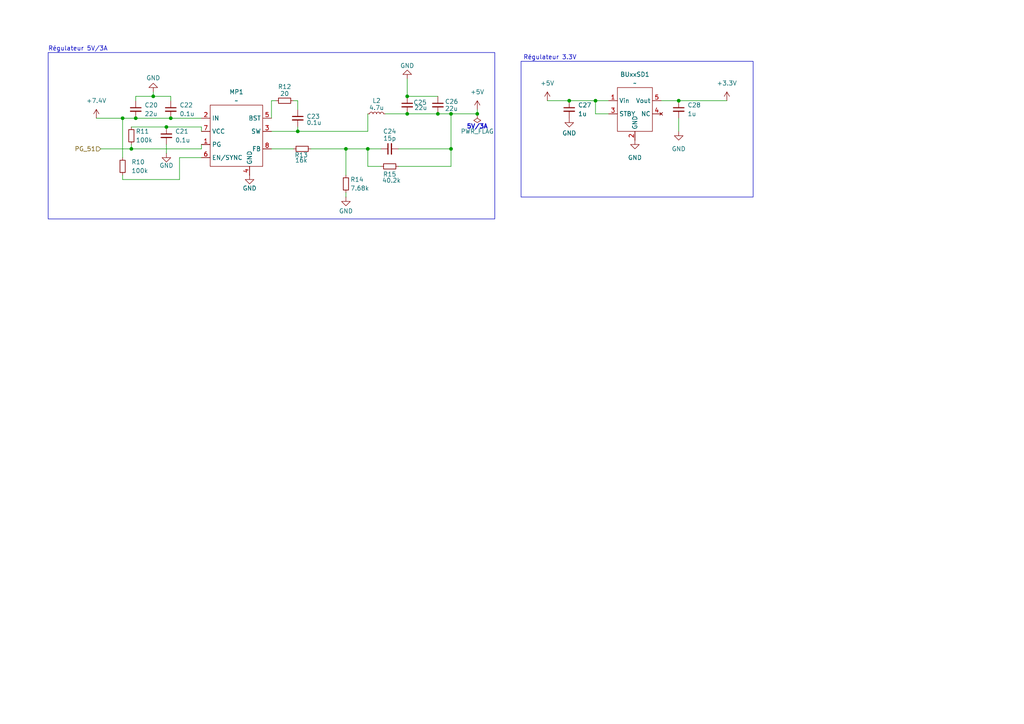
<source format=kicad_sch>
(kicad_sch (version 20250114) (generator "eeschema") (generator_version "9.0")
  (paper "A4")
  (lib_symbols
    (symbol "Device:C_Small" (pin_numbers (hide yes)) (pin_names (offset 0.254) (hide yes))
      (property "Reference" "C" (at 0.254 1.778 0))
      (property "Value" "C_Small" (at 0.254 -2.032 0))
      (symbol "C_Small_0_1"
        (polyline (pts (xy -1.524 0.508) (xy 1.524 0.508)) (stroke (width 0.3048)))
        (polyline (pts (xy -1.524 -0.508) (xy 1.524 -0.508)) (stroke (width 0.3302)))
      )
      (symbol "C_Small_1_1"
        (pin passive line (at 0 2.54 270) (length 2.032) (name "~") (number "1"))
        (pin passive line (at 0 -2.54 90) (length 2.032) (name "~") (number "2"))
      )
    )
    (symbol "Device:L_Small" (pin_numbers (hide yes)) (pin_names (offset 0.254) (hide yes))
      (property "Reference" "L" (at 0.762 1.016 0))
      (property "Value" "L_Small" (at 0.762 -1.016 0))
      (symbol "L_Small_0_1"
        (arc (start 0 2.032) (mid 0.5058 1.524) (end 0 1.016))
        (arc (start 0 1.016) (mid 0.5058 0.508) (end 0 0))
        (arc (start 0 0) (mid 0.5058 -0.508) (end 0 -1.016))
        (arc (start 0 -1.016) (mid 0.5058 -1.524) (end 0 -2.032))
      )
      (symbol "L_Small_1_1"
        (pin passive line (at 0 2.54 270) (length 0.508) (name "~") (number "1"))
        (pin passive line (at 0 -2.54 90) (length 0.508) (name "~") (number "2"))
      )
    )
    (symbol "Device:R_Small" (pin_numbers (hide yes)) (pin_names (offset 0.254) (hide yes))
      (property "Reference" "R" (at 0.762 0.508 0))
      (property "Value" "R_Small" (at 0.762 -1.016 0))
      (symbol "R_Small_0_1"
        (rectangle (start -0.762 1.778) (end 0.762 -1.778) (stroke (width 0.2032)))
      )
      (symbol "R_Small_1_1"
        (pin passive line (at 0 2.54 270) (length 0.762) (name "~") (number "1"))
        (pin passive line (at 0 -2.54 90) (length 0.762) (name "~") (number "2"))
      )
    )
    (symbol "MP1475_1"
      (property "Reference" "MP5" (at 0 12.7 0))
      (property "Value" "~" (at 0 10.16 0))
      (symbol "MP1475_1_0_1"
        (rectangle (start -7.62 8.89) (end 7.62 -8.89))
      )
      (symbol "MP1475_1_1_1"
        (pin power_in line (at -10.16 5.08 0) (length 2.54) (name "IN") (number "2"))
        (pin power_out line (at -10.16 1.27 0) (length 2.54) (name "VCC") (number "7"))
        (pin output line (at -10.16 -2.54 0) (length 2.54) (name "PG") (number "1"))
        (pin input line (at -10.16 -6.35 0) (length 2.54) (name "EN/SYNC") (number "6"))
        (pin power_in line (at 3.81 -11.43 90) (length 2.54) (name "GND") (number "4"))
        (pin passive line (at 10.16 5.08 180) (length 2.54) (name "BST") (number "5"))
        (pin passive line (at 10.16 1.27 180) (length 2.54) (name "SW") (number "3"))
        (pin input line (at 10.16 -3.81 180) (length 2.54) (name "FB") (number "8"))
      )
    )
    (symbol "Regulateur:BUxxSD5"
      (property "Reference" "BUxxSD1" (at 0 10.16 0))
      (property "Value" "~" (at 0 7.62 0))
      (symbol "BUxxSD5_0_1"
        (rectangle (start -5.08 6.35) (end 5.08 -6.35))
      )
      (symbol "BUxxSD5_1_1"
        (pin power_in line (at -7.62 2.54 0) (length 2.54) (name "Vin") (number "1"))
        (pin power_in line (at -7.62 -1.27 0) (length 2.54) (name "STBY") (number "3"))
        (pin power_in line (at 0 -8.89 90) (length 2.54) (name "GND") (number "2"))
        (pin power_out line (at 7.62 2.54 180) (length 2.54) (name "Vout") (number "5"))
        (pin no_connect line (at 7.62 -1.27 180) (length 2.54) (name "NC") (number "4"))
      )
    )
    (symbol "power:+3.3V" (power) (pin_numbers (hide yes)) (pin_names (offset 0) (hide yes))
      (property "Value" "+3.3V" (at 0 3.556 0))
      (symbol "+3.3V_0_1"
        (polyline (pts (xy -0.762 1.27) (xy 0 2.54)))
        (polyline (pts (xy 0 2.54) (xy 0.762 1.27)))
        (polyline (pts (xy 0 0) (xy 0 2.54)))
      )
      (symbol "+3.3V_1_1"
        (pin power_in line (at 0 0 90) (length 0) (name "~") (number "1"))
      )
    )
    (symbol "power:+5V" (power) (pin_numbers (hide yes)) (pin_names (offset 0) (hide yes))
      (property "Value" "+5V" (at 0 3.556 0))
      (symbol "+5V_0_1"
        (polyline (pts (xy -0.762 1.27) (xy 0 2.54)))
        (polyline (pts (xy 0 2.54) (xy 0.762 1.27)))
        (polyline (pts (xy 0 0) (xy 0 2.54)))
      )
      (symbol "+5V_1_1"
        (pin power_in line (at 0 0 90) (length 0) (name "~") (number "1"))
      )
    )
    (symbol "power:+7.5V" (power) (pin_numbers (hide yes)) (pin_names (offset 0) (hide yes))
      (property "Value" "+7.5V" (at 0 3.556 0))
      (symbol "+7.5V_0_1"
        (polyline (pts (xy -0.762 1.27) (xy 0 2.54)))
        (polyline (pts (xy 0 2.54) (xy 0.762 1.27)))
        (polyline (pts (xy 0 0) (xy 0 2.54)))
      )
      (symbol "+7.5V_1_1"
        (pin power_in line (at 0 0 90) (length 0) (name "~") (number "1"))
      )
    )
    (symbol "power:GND" (power) (pin_numbers (hide yes)) (pin_names (offset 0) (hide yes))
      (property "Value" "GND" (at 0 -3.81 0))
      (symbol "GND_0_1"
        (polyline (pts (xy 0 0) (xy 0 -1.27) (xy 1.27 -1.27) (xy 0 -2.54) (xy -1.27 -1.27) (xy 0 -1.27)))
      )
      (symbol "GND_1_1"
        (pin power_in line (at 0 0 270) (length 0) (name "~") (number "1"))
      )
    )
    (symbol "power:PWR_FLAG" (power) (pin_numbers (hide yes)) (pin_names (offset 0) (hide yes))
      (property "Value" "PWR_FLAG" (at 0 3.81 0))
      (symbol "PWR_FLAG_0_0"
        (pin power_out line (at 0 0 90) (length 0) (name "~") (number "1"))
      )
      (symbol "PWR_FLAG_0_1"
        (polyline (pts (xy 0 0) (xy 0 1.27) (xy -1.016 1.905) (xy 0 2.54) (xy 1.016 1.905) (xy 0 1.27)))
      )
    )
  )
  (rectangle (start 13.97 15.24) (end 143.51 63.5))
  (rectangle (start 151.13 17.78) (end 218.44 57.15))
  (text "Régulateur 5V/3A\n" (at 22.606 14.224 0) (effects (font (size 1.27 1.27))))
  (text "Régulateur 3.3V\n" (at 159.512 16.764 0) (effects (font (size 1.27 1.27))))
  (text "5V/3A" (at 138.43 36.83 0) (effects (font (size 1.27 1.27) (thickness 0.254) (bold yes))))
  (junction (at 38.1 43.18))
  (junction (at 127 33.02))
  (junction (at 165.1 29.21))
  (junction (at 49.53 34.29))
  (junction (at 39.37 34.29))
  (junction (at 44.45 27.94))
  (junction (at 172.72 29.21))
  (junction (at 118.11 33.02))
  (junction (at 138.43 33.02))
  (junction (at 106.68 43.18))
  (junction (at 130.81 43.18))
  (junction (at 86.36 38.1))
  (junction (at 48.26 36.83))
  (junction (at 35.56 34.29))
  (junction (at 130.81 33.02))
  (junction (at 118.11 27.94))
  (junction (at 100.33 43.18))
  (junction (at 196.85 29.21))
  (wire (pts (xy 86.36 29.21) (xy 86.36 31.75)))
  (wire (pts (xy 100.33 43.18) (xy 100.33 50.8)))
  (wire (pts (xy 115.57 48.26) (xy 130.81 48.26)))
  (wire (pts (xy 138.43 31.75) (xy 138.43 33.02)))
  (wire (pts (xy 39.37 27.94) (xy 39.37 29.21)))
  (wire (pts (xy 118.11 27.94) (xy 127 27.94)))
  (wire (pts (xy 127 33.02) (xy 130.81 33.02)))
  (wire (pts (xy 58.42 43.18) (xy 58.42 41.91)))
  (wire (pts (xy 191.77 29.21) (xy 196.85 29.21)))
  (wire (pts (xy 118.11 33.02) (xy 127 33.02)))
  (wire (pts (xy 100.33 43.18) (xy 106.68 43.18)))
  (wire (pts (xy 58.42 45.72) (xy 52.07 45.72)))
  (wire (pts (xy 78.74 29.21) (xy 80.01 29.21)))
  (wire (pts (xy 90.17 43.18) (xy 100.33 43.18)))
  (wire (pts (xy 130.81 43.18) (xy 130.81 33.02)))
  (wire (pts (xy 118.11 22.86) (xy 118.11 27.94)))
  (wire (pts (xy 106.68 38.1) (xy 86.36 38.1)))
  (wire (pts (xy 196.85 34.29) (xy 196.85 38.1)))
  (wire (pts (xy 78.74 34.29) (xy 78.74 29.21)))
  (wire (pts (xy 165.1 29.21) (xy 172.72 29.21)))
  (wire (pts (xy 35.56 45.72) (xy 35.56 34.29)))
  (wire (pts (xy 38.1 41.91) (xy 38.1 43.18)))
  (wire (pts (xy 100.33 55.88) (xy 100.33 57.15)))
  (wire (pts (xy 158.75 29.21) (xy 165.1 29.21)))
  (wire (pts (xy 106.68 43.18) (xy 106.68 48.26)))
  (wire (pts (xy 58.42 38.1) (xy 58.42 36.83)))
  (wire (pts (xy 172.72 29.21) (xy 172.72 33.02)))
  (wire (pts (xy 49.53 27.94) (xy 49.53 29.21)))
  (wire (pts (xy 29.21 43.18) (xy 38.1 43.18)))
  (wire (pts (xy 44.45 26.67) (xy 44.45 27.94)))
  (wire (pts (xy 49.53 27.94) (xy 44.45 27.94)))
  (wire (pts (xy 172.72 33.02) (xy 176.53 33.02)))
  (wire (pts (xy 35.56 34.29) (xy 39.37 34.29)))
  (wire (pts (xy 58.42 36.83) (xy 48.26 36.83)))
  (wire (pts (xy 85.09 29.21) (xy 86.36 29.21)))
  (wire (pts (xy 172.72 29.21) (xy 176.53 29.21)))
  (wire (pts (xy 111.76 33.02) (xy 118.11 33.02)))
  (wire (pts (xy 106.68 43.18) (xy 110.49 43.18)))
  (wire (pts (xy 38.1 36.83) (xy 48.26 36.83)))
  (wire (pts (xy 78.74 43.18) (xy 85.09 43.18)))
  (wire (pts (xy 110.49 48.26) (xy 106.68 48.26)))
  (wire (pts (xy 86.36 36.83) (xy 86.36 38.1)))
  (wire (pts (xy 106.68 33.02) (xy 106.68 38.1)))
  (wire (pts (xy 52.07 52.07) (xy 35.56 52.07)))
  (wire (pts (xy 130.81 33.02) (xy 138.43 33.02)))
  (wire (pts (xy 44.45 27.94) (xy 39.37 27.94)))
  (wire (pts (xy 38.1 43.18) (xy 58.42 43.18)))
  (wire (pts (xy 48.26 41.91) (xy 48.26 44.45)))
  (wire (pts (xy 58.42 34.29) (xy 49.53 34.29)))
  (wire (pts (xy 130.81 48.26) (xy 130.81 43.18)))
  (wire (pts (xy 86.36 38.1) (xy 78.74 38.1)))
  (wire (pts (xy 27.94 34.29) (xy 35.56 34.29)))
  (wire (pts (xy 52.07 45.72) (xy 52.07 52.07)))
  (wire (pts (xy 115.57 43.18) (xy 130.81 43.18)))
  (wire (pts (xy 35.56 52.07) (xy 35.56 50.8)))
  (wire (pts (xy 49.53 34.29) (xy 39.37 34.29)))
  (wire (pts (xy 196.85 29.21) (xy 210.82 29.21)))
  (hierarchical_label "PG_51" (shape input) (at 29.21 43.18 180))
  (symbol (lib_id "Device:R_Small") (at 35.56 48.26 0) (unit 1)
    (property "Reference" "R10" (at 38.1 46.9899 0) (effects (justify left)))
    (property "Value" "100k" (at 38.1 49.5299 0) (effects (justify left)))
    (property "Footprint" "Resistor_SMD:R_0402_1005Metric" (effects (hide yes)))
    (property "Description" "Resistor, small symbol" (effects (hide yes)))
  )
  (symbol (lib_id "Device:C_Small") (at 165.1 31.75 0) (unit 1)
    (property "Reference" "C27" (at 167.64 30.4862 0) (effects (justify left)))
    (property "Value" "1u" (at 167.64 33.0262 0) (effects (justify left)))
    (property "Footprint" "Capacitor_SMD:C_0603_1608Metric" (effects (hide yes)))
    (property "Description" "Unpolarized capacitor, small symbol" (effects (hide yes)))
  )
  (symbol (lib_id "power:PWR_FLAG") (at 138.43 33.02 180) (unit 1)
    (property "Reference" "#FLG03" (effects (hide yes)))
    (property "Value" "PWR_FLAG" (at 138.43 38.1 0))
    (property "Description" "Special symbol for telling ERC where power comes from" (effects (hide yes)))
  )
  (symbol (lib_name "MP1475_1") (lib_id "Regulateur:MP1475") (at 68.58 39.37 0) (unit 1)
    (property "Reference" "MP1" (at 68.58 26.67 0))
    (property "Value" "~" (at 68.58 29.21 0))
    (property "Footprint" "Régu:TSOT23-8" (effects (hide yes)))
    (property "Datasheet" "https://www.monolithicpower.com/en/documentview/productdocument/index/version/2/document_type/Datasheet/lang/en/sku/MP1475" (effects (hide yes)))
    (property "MPN" "MP1475DJ-LF-P" (effects (hide yes)))
  )
  (symbol (lib_id "Device:C_Small") (at 86.36 34.29 0) (unit 1)
    (property "Reference" "C23" (at 88.9 33.782 0) (effects (justify left)))
    (property "Value" "0.1u" (at 88.9 35.5662 0) (effects (justify left)))
    (property "Footprint" "Capacitor_SMD:C_0402_1005Metric" (effects (hide yes)))
    (property "Description" "Unpolarized capacitor, small symbol" (effects (hide yes)))
  )
  (symbol (lib_id "Device:R_Small") (at 100.33 53.34 0) (unit 1)
    (property "Reference" "R14" (at 101.6 52.07 0) (effects (justify left)))
    (property "Value" "7.68k" (at 101.6 54.61 0) (effects (justify left)))
    (property "Footprint" "Resistor_SMD:R_0402_1005Metric" (effects (hide yes)))
    (property "Description" "Resistor, small symbol" (effects (hide yes)))
  )
  (symbol (lib_id "Device:C_Small") (at 48.26 39.37 0) (unit 1)
    (property "Reference" "C21" (at 50.8 38.1062 0) (effects (justify left)))
    (property "Value" "0.1u" (at 50.8 40.6462 0) (effects (justify left)))
    (property "Footprint" "Capacitor_SMD:C_0402_1005Metric" (effects (hide yes)))
    (property "Description" "Unpolarized capacitor, small symbol" (effects (hide yes)))
  )
  (symbol (lib_id "Device:C_Small") (at 49.53 31.75 0) (unit 1)
    (property "Reference" "C22" (at 52.07 30.4862 0) (effects (justify left)))
    (property "Value" "0.1u" (at 52.07 33.0262 0) (effects (justify left)))
    (property "Footprint" "Capacitor_SMD:C_0402_1005Metric" (effects (hide yes)))
    (property "Description" "Unpolarized capacitor, small symbol" (effects (hide yes)))
  )
  (symbol (lib_id "power:GND") (at 100.33 57.15 0) (unit 1)
    (property "Reference" "#PWR069" (effects (hide yes)))
    (property "Value" "GND" (at 100.33 61.214 0))
    (property "Description" "Power symbol creates a global label with name \"GND\" , ground" (effects (hide yes)))
  )
  (symbol (lib_id "Device:C_Small") (at 127 30.48 0) (unit 1)
    (property "Reference" "C26" (at 129.032 29.464 0) (effects (justify left)))
    (property "Value" "22u" (at 129.032 31.496 0) (effects (justify left)))
    (property "Footprint" "Capacitor_SMD:C_0603_1608Metric" (effects (hide yes)))
    (property "Description" "Unpolarized capacitor, small symbol" (effects (hide yes)))
  )
  (symbol (lib_id "power:GND") (at 44.45 26.67 180) (unit 1)
    (property "Reference" "#PWR066" (effects (hide yes)))
    (property "Value" "GND" (at 44.45 22.606 0))
    (property "Description" "Power symbol creates a global label with name \"GND\" , ground" (effects (hide yes)))
  )
  (symbol (lib_id "Device:C_Small") (at 196.85 31.75 0) (unit 1)
    (property "Reference" "C28" (at 199.39 30.4862 0) (effects (justify left)))
    (property "Value" "1u" (at 199.39 33.0262 0) (effects (justify left)))
    (property "Footprint" "Capacitor_SMD:C_0603_1608Metric" (effects (hide yes)))
    (property "Description" "Unpolarized capacitor, small symbol" (effects (hide yes)))
  )
  (symbol (lib_id "Device:R_Small") (at 87.63 43.18 270) (unit 1)
    (property "Reference" "R13" (at 87.376 44.958 90))
    (property "Value" "16k" (at 87.376 46.482 90))
    (property "Footprint" "Resistor_SMD:R_0402_1005Metric" (effects (hide yes)))
    (property "Description" "Resistor, small symbol" (effects (hide yes)))
  )
  (symbol (lib_id "power:GND") (at 72.39 50.8 0) (unit 1)
    (property "Reference" "#PWR068" (effects (hide yes)))
    (property "Value" "GND" (at 72.39 54.61 0))
    (property "Description" "Power symbol creates a global label with name \"GND\" , ground" (effects (hide yes)))
  )
  (symbol (lib_id "power:GND") (at 184.15 40.64 0) (unit 1)
    (property "Reference" "#PWR074" (effects (hide yes)))
    (property "Value" "GND" (at 184.15 45.72 0))
    (property "Description" "Power symbol creates a global label with name \"GND\" , ground" (effects (hide yes)))
  )
  (symbol (lib_id "power:+5V") (at 138.43 31.75 0) (unit 1)
    (property "Reference" "#PWR071" (effects (hide yes)))
    (property "Value" "+5V" (at 138.43 26.67 0))
    (property "Description" "Power symbol creates a global label with name \"+5V\"" (effects (hide yes)))
  )
  (symbol (lib_id "power:+3.3V") (at 210.82 29.21 0) (unit 1)
    (property "Reference" "#PWR076" (effects (hide yes)))
    (property "Value" "+3.3V" (at 210.82 24.13 0))
    (property "Description" "Power symbol creates a global label with name \"+3.3V\"" (effects (hide yes)))
  )
  (symbol (lib_id "power:GND") (at 196.85 38.1 0) (unit 1)
    (property "Reference" "#PWR075" (effects (hide yes)))
    (property "Value" "GND" (at 196.85 43.18 0))
    (property "Description" "Power symbol creates a global label with name \"GND\" , ground" (effects (hide yes)))
  )
  (symbol (lib_id "Device:C_Small") (at 39.37 31.75 0) (unit 1)
    (property "Reference" "C20" (at 41.91 30.4862 0) (effects (justify left)))
    (property "Value" "22u" (at 41.91 33.0262 0) (effects (justify left)))
    (property "Footprint" "Capacitor_SMD:C_1206_3216Metric" (effects (hide yes)))
    (property "Description" "Unpolarized capacitor, small symbol" (effects (hide yes)))
  )
  (symbol (lib_id "Device:R_Small") (at 82.55 29.21 90) (unit 1)
    (property "Reference" "R12" (at 82.55 25.146 90))
    (property "Value" "20" (at 82.55 27.178 90))
    (property "Footprint" "Resistor_SMD:R_0402_1005Metric" (effects (hide yes)))
    (property "Description" "Resistor, small symbol" (effects (hide yes)))
  )
  (symbol (lib_id "Regulateur:BUxxSD5") (at 184.15 31.75 0) (unit 1)
    (property "Reference" "BUxxSD1" (at 184.15 21.59 0))
    (property "Value" "~" (at 184.15 24.13 0))
    (property "Footprint" "Régu:SSOP5_BUxxSD5" (effects (hide yes)))
    (property "Datasheet" "https://fscdn.rohm.com/en/products/databook/datasheet/ic/power/linear_regulator/buxxsd5wg-e.pdf" (effects (hide yes)))
    (property "MPN" "BU33SD5WG-TR" (effects (hide yes)))
  )
  (symbol (lib_id "Device:L_Small") (at 109.22 33.02 90) (unit 1)
    (property "Reference" "L2" (at 109.22 29.21 90))
    (property "Value" "4.7u" (at 109.22 31.242 90))
    (property "Footprint" "Inductor_SMD:L_0603_1608Metric" (effects (hide yes)))
    (property "Description" "Inductor, small symbol" (effects (hide yes)))
  )
  (symbol (lib_id "Device:R_Small") (at 113.03 48.26 90) (unit 1)
    (property "Reference" "R15" (at 113.03 50.546 90))
    (property "Value" "40.2k" (at 113.538 52.324 90))
    (property "Footprint" "Resistor_SMD:R_0402_1005Metric" (effects (hide yes)))
    (property "Description" "Resistor, small symbol" (effects (hide yes)))
  )
  (symbol (lib_id "Device:C_Small") (at 118.11 30.48 0) (unit 1)
    (property "Reference" "C25" (at 119.888 29.718 0) (effects (justify left)))
    (property "Value" "22u" (at 120.142 31.242 0) (effects (justify left)))
    (property "Footprint" "Capacitor_SMD:C_0603_1608Metric" (effects (hide yes)))
    (property "Description" "Unpolarized capacitor, small symbol" (effects (hide yes)))
  )
  (symbol (lib_id "Device:C_Small") (at 113.03 43.18 90) (unit 1)
    (property "Reference" "C24" (at 113.03 38.1 90))
    (property "Value" "15p" (at 113.03 40.132 90))
    (property "Footprint" "Capacitor_SMD:C_0402_1005Metric" (effects (hide yes)))
    (property "Description" "Unpolarized capacitor, small symbol" (effects (hide yes)))
  )
  (symbol (lib_id "power:GND") (at 48.26 44.45 0) (unit 1)
    (property "Reference" "#PWR067" (effects (hide yes)))
    (property "Value" "GND" (at 46.228 48.006 0) (effects (justify left)))
    (property "Description" "Power symbol creates a global label with name \"GND\" , ground" (effects (hide yes)))
  )
  (symbol (lib_id "power:+7.5V") (at 27.94 34.29 0) (unit 1)
    (property "Reference" "#PWR065" (effects (hide yes)))
    (property "Value" "+7.4V" (at 27.94 29.21 0))
    (property "Description" "Power symbol creates a global label with name \"+7.5V\"" (effects (hide yes)))
  )
  (symbol (lib_id "power:GND") (at 118.11 22.86 180) (unit 1)
    (property "Reference" "#PWR070" (effects (hide yes)))
    (property "Value" "GND" (at 118.11 19.05 0))
    (property "Description" "Power symbol creates a global label with name \"GND\" , ground" (effects (hide yes)))
  )
  (symbol (lib_id "power:GND") (at 165.1 34.29 0) (unit 1)
    (property "Reference" "#PWR073" (effects (hide yes)))
    (property "Value" "GND" (at 165.1 38.608 0))
    (property "Description" "Power symbol creates a global label with name \"GND\" , ground" (effects (hide yes)))
  )
  (symbol (lib_id "Device:R_Small") (at 38.1 39.37 0) (unit 1)
    (property "Reference" "R11" (at 39.37 38.1 0) (effects (justify left)))
    (property "Value" "100k" (at 39.37 40.64 0) (effects (justify left)))
    (property "Footprint" "Resistor_SMD:R_0402_1005Metric" (effects (hide yes)))
    (property "Description" "Resistor, small symbol" (effects (hide yes)))
  )
  (symbol (lib_id "power:+5V") (at 158.75 29.21 0) (unit 1)
    (property "Reference" "#PWR072" (effects (hide yes)))
    (property "Value" "+5V" (at 158.75 24.13 0))
    (property "Description" "Power symbol creates a global label with name \"+5V\"" (effects (hide yes)))
  )
)
</source>
